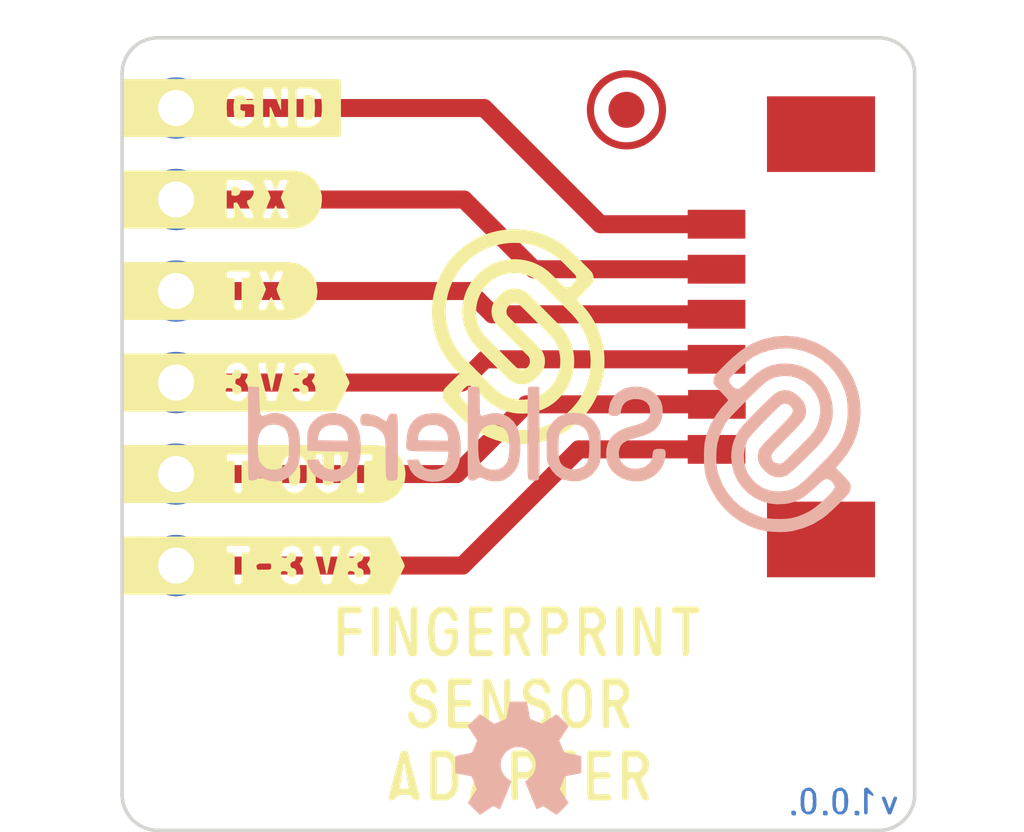
<source format=kicad_pcb>
(kicad_pcb (version 20210623) (generator pcbnew)
  (layers (0 "F.Cu" signal) (31 "B.Cu" signal) (34 "B.Paste" user) (35 "F.Paste" user) (36 "B.SilkS" user "B.Silkscreen") (37 "F.SilkS" user "F.Silkscreen") (38 "B.Mask" user) (39 "F.Mask" user) (44 "Edge.Cuts" user))
  (net 0 "")
  (net 1 "Net-(K1-Pad1)")
  (net 2 "Net-(K1-Pad2)")
  (net 3 "Net-(K1-Pad3)")
  (net 4 "Net-(K1-Pad4)")
  (net 5 "Net-(K1-Pad5)")
  (net 6 "Net-(K1-Pad6)")
  (footprint "buzzardLabel" (layer "F.Cu") (at 111 148.5)
    (fp_text reference "" (at 0 0) (layer "F.SilkS") (effects (font (size 1.27 1.27))))
    (fp_text value "" (at 0 0) (layer "F.SilkS") (effects (font (size 1.27 1.27))))
  )
  (footprint "e-radionica.com footprinti:HEADER_MALE_6X1" (layer "F.Cu") (at 101.5 136.3 -90)
    (fp_text reference "K1")
    (fp_text value "HEADER_MALE_6X1")
    (pad "1" thru_hole circle locked (at -6.35 0 270) (size 1.7 1.7) (drill 1) (layers *.Cu *.Mask) (net 1 "Net-(K1-Pad1)"))
    (pad "2" thru_hole circle locked (at -3.81 0 270) (size 1.7 1.7) (drill 1) (layers *.Cu *.Mask) (net 2 "Net-(K1-Pad2)"))
    (pad "3" thru_hole circle locked (at -1.27 0 270) (size 1.7 1.7) (drill 1) (layers *.Cu *.Mask) (net 3 "Net-(K1-Pad3)"))
    (pad "4" thru_hole circle locked (at 1.27 0 270) (size 1.7 1.7) (drill 1) (layers *.Cu *.Mask) (net 4 "Net-(K1-Pad4)"))
    (pad "5" thru_hole circle locked (at 3.81 0 270) (size 1.7 1.7) (drill 1) (layers *.Cu *.Mask) (net 5 "Net-(K1-Pad5)"))
    (pad "6" thru_hole circle locked (at 6.35 0 270) (size 1.7 1.7) (drill 1) (layers *.Cu *.Mask) (net 6 "Net-(K1-Pad6)"))
  )
  (footprint "buzzardLabel" (layer "F.Cu") (at 99.6 129.95)
    (fp_text reference "" (at 0 0) (layer "F.SilkS") (effects (font (size 1.27 1.27))))
    (fp_text value "" (at 0 0) (layer "F.SilkS") (effects (font (size 1.27 1.27))))
  )
  (footprint "e-radionica.com footprinti:HOLE_3.2mm" (layer "F.Cu") (at 103 147)
    (fp_text reference "H1" hide)
    (fp_text value "HOLE_3.2mm" hide)
    (pad "" np_thru_hole circle locked (at 0 0) (size 3.2 3.2) (drill 3.2) (layers F&B.Cu *.Mask))
  )
  (footprint "buzzardLabel" (layer "F.Cu") (at 99.6 137.57)
    (fp_text reference "" (at 0 0) (layer "F.SilkS") (effects (font (size 1.27 1.27))))
    (fp_text value "" (at 0 0) (layer "F.SilkS") (effects (font (size 1.27 1.27))))
  )
  (footprint "buzzardLabel" (layer "F.Cu") (at 99.6 142.65)
    (fp_text reference "" (at 0 0) (layer "F.SilkS") (effects (font (size 1.27 1.27))))
    (fp_text value "" (at 0 0) (layer "F.SilkS") (effects (font (size 1.27 1.27))))
  )
  (footprint "buzzardLabel" (layer "F.Cu") (at 99.6 140.11)
    (fp_text reference "" (at 0 0) (layer "F.SilkS") (effects (font (size 1.27 1.27))))
    (fp_text value "" (at 0 0) (layer "F.SilkS") (effects (font (size 1.27 1.27))))
  )
  (footprint "Soldered Graphics:Logo-Back-OSH-3.5mm" (layer "F.Cu") (at 111 148)
    (fp_text reference "G***" hide)
    (fp_text value "LOGO" hide)
  )
  (footprint "e-radionica.com footprinti:A1251WR-S-6P" (layer "F.Cu") (at 116.5 136.3 90)
    (fp_text reference "K2")
    (fp_text value "A1251WR-S-6P")
    (pad "" smd rect (at -5.625 2.9 90) (size 2.1 3) (layers "F.Cu" "F.Paste" "F.Mask"))
    (pad "" smd rect (at 5.625 2.9 90) (size 2.1 3) (layers "F.Cu" "F.Paste" "F.Mask"))
    (pad "1" smd rect (at -3.125 0 90) (size 0.8 1.6) (layers "F.Cu" "F.Paste" "F.Mask") (net 6 "Net-(K1-Pad6)"))
    (pad "2" smd rect (at -1.875 0.01 90) (size 0.8 1.6) (layers "F.Cu" "F.Paste" "F.Mask") (net 5 "Net-(K1-Pad5)"))
    (pad "3" smd rect (at -0.625 0 90) (size 0.8 1.6) (layers "F.Cu" "F.Paste" "F.Mask") (net 4 "Net-(K1-Pad4)"))
    (pad "4" smd rect (at 0.625 0 90) (size 0.8 1.6) (layers "F.Cu" "F.Paste" "F.Mask") (net 3 "Net-(K1-Pad3)"))
    (pad "5" smd rect (at 1.875 0 90) (size 0.8 1.6) (layers "F.Cu" "F.Paste" "F.Mask") (net 2 "Net-(K1-Pad2)"))
    (pad "6" smd rect (at 3.125 0 90) (size 0.8 1.6) (layers "F.Cu" "F.Paste" "F.Mask") (net 1 "Net-(K1-Pad1)"))
  )
  (footprint "buzzardLabel" (layer "F.Cu") (at 99.6 132.49)
    (fp_text reference "" (at 0 0) (layer "F.SilkS") (effects (font (size 1.27 1.27))))
    (fp_text value "" (at 0 0) (layer "F.SilkS") (effects (font (size 1.27 1.27))))
  )
  (footprint "Soldered Graphics:Logo-Back-SolderedFULL-17mm" (layer "F.Cu") (at 112 139)
    (fp_text reference "REF**" hide)
    (fp_text value "Logo-Front-SolderedFULL-17mm" hide)
  )
  (footprint "e-radionica.com footprinti:FIDUCIAL_23" (layer "F.Cu") (at 114 130)
    (fp_text reference "FD1")
    (fp_text value "FIDUCIAL")
    (fp_circle (center 0 0) (end 1 0) (layer "F.Cu") (width 0.2) (fill none))
    (pad "1" smd circle (at 0 0) (size 1 1) (layers "F.Cu" "F.Paste" "F.Mask") (clearance 1.1))
  )
  (footprint "buzzardLabel" (layer "F.Cu") (at 99.6 135.03)
    (fp_text reference "" (at 0 0) (layer "F.SilkS") (effects (font (size 1.27 1.27))))
    (fp_text value "" (at 0 0) (layer "F.SilkS") (effects (font (size 1.27 1.27))))
  )
  (footprint "Soldered Graphics:Logo-Front-Soldered-6mm" (layer "F.Cu") (at 111 136.3)
    (fp_text reference "G***" hide)
    (fp_text value "LOGO" hide)
  )
  (footprint "buzzardLabel" (layer "F.Cu") (at 111 146.5)
    (fp_text reference "" (at 0 0) (layer "F.SilkS") (effects (font (size 1.27 1.27))))
    (fp_text value "" (at 0 0) (layer "F.SilkS") (effects (font (size 1.27 1.27))))
  )
  (footprint "buzzardLabel" (layer "F.Cu") (at 111 144.5)
    (fp_text reference "" (at 0 0) (layer "F.SilkS") (effects (font (size 1.27 1.27))))
    (fp_text value "" (at 0 0) (layer "F.SilkS") (effects (font (size 1.27 1.27))))
  )
  (footprint "e-radionica.com footprinti:HOLE_3.2mm" (layer "F.Cu") (at 119 147)
    (fp_text reference "H2" hide)
    (fp_text value "HOLE_3.2mm" hide)
    (pad "" np_thru_hole circle locked (at 0 0) (size 3.2 3.2) (drill 3.2) (layers F&B.Cu *.Mask))
  )
  (footprint "Soldered Graphics:Version1.0.0." (layer "B.Cu") (at 120 149.2 180)
    (fp_text reference "Ref**" hide)
    (fp_text value "Val**" hide)
    (fp_poly (pts (xy -1.33 -0.35) (xy -1.27 -0.35) (xy -1.25 -0.31) (xy -1.09 0.1) (xy -1.11 0.13) (xy -1.16 0.13) (xy -1.19 0.1) (xy -1.28 -0.16) (xy -1.3 -0.21) (xy -1.32 -0.17) (xy -1.41 0.09) (xy -1.44 0.13) (xy -1.49 0.13) (xy -1.51 0.1) (xy -1.36 -0.31) (xy -1.33 -0.35)) (layer "B.Cu") (width 0.01) (fill solid))
    (fp_poly (pts (xy -0.67 -0.35) (xy -0.62 -0.35) (xy -0.6 -0.31) (xy -0.6 0.35) (xy -0.64 0.38) (xy -0.69 0.38) (xy -0.73 0.34) (xy -0.84 0.22) (xy -0.86 0.17) (xy -0.83 0.16) (xy -0.73 0.22) (xy -0.69 0.23) (xy -0.69 -0.31) (xy -0.67 -0.35)) (layer "B.Cu") (width 0.01) (fill solid))
    (fp_poly (pts (xy 0.93 -0.35) (xy 0.99 -0.35) (xy 1.04 -0.33) (xy 1.01 -0.28) (xy 0.91 -0.28) (xy 0.87 -0.25) (xy 0.85 -0.2) (xy 0.83 -0.15) (xy 0.83 -0.11) (xy 0.82 0.01) (xy 0.83 0.13) (xy 0.83 0.17) (xy 0.84 0.22) (xy 0.87 0.27) (xy 0.9 0.3) (xy 1.01 0.3) (xy 1.04 0.26) (xy 1.05 0.21) (xy 1.06 0.15) (xy 1.07 0.05) (xy 1.07 -0.08) (xy 1.06 -0.12) (xy 1.06 -0.17) (xy 1.04 -0.22) (xy 1.02 -0.27) (xy 1.01 -0.28) (xy 1.05 -0.32) (xy 1.09 -0.29) (xy 1.12 -0.26) (xy 1.14 -0.22) (xy 1.15 -0.16) (xy 1.16 -0.11) (xy 1.16 -0.06) (xy 1.16 0.06) (xy 1.16 0.12) (xy 1.15 0.17) (xy 1.14 0.22) (xy 1.13 0.27) (xy 1.1 0.3) (xy 1.06 0.34) (xy 1.01 0.37) (xy 0.95 0.38) (xy 0.9 0.38) (xy 0.84 0.35) (xy 0.8 0.31) (xy 0.78 0.28) (xy 0.75 0.23) (xy 0.74 0.18) (xy 0.74 0.13) (xy 0.73 0.08) (xy 0.73 -0.04) (xy 0.73 -0.1) (xy 0.74 -0.14) (xy 0.75 -0.2) (xy 0.77 -0.25) (xy 0.79 -0.28) (xy 0.83 -0.32) (xy 0.89 -0.35) (xy 0.93 -0.35)) (layer "B.Cu") (width 0.01) (fill solid))
    (fp_poly (pts (xy 0.43 -0.38) (xy 0.48 -0.38) (xy 0.54 -0.37) (xy 0.54 -0.33) (xy 0.54 -0.27) (xy 0.5 -0.26) (xy 0.45 -0.26) (xy 0.42 -0.29) (xy 0.42 -0.34) (xy 0.43 -0.38)) (layer "B.Cu") (width 0.01) (fill solid))
    (fp_poly (pts (xy 0.06 -0.35) (xy 0.11 -0.35) (xy 0.17 -0.33) (xy 0.13 -0.28) (xy 0.03 -0.28) (xy -0.01 -0.25) (xy -0.03 -0.2) (xy -0.05 -0.15) (xy -0.05 -0.11) (xy -0.05 0.01) (xy -0.05 0.13) (xy -0.05 0.17) (xy -0.03 0.22) (xy -0.01 0.27) (xy 0.02 0.3) (xy 0.13 0.3) (xy 0.16 0.26) (xy 0.18 0.21) (xy 0.18 0.15) (xy 0.19 0.05) (xy 0.19 -0.08) (xy 0.19 -0.12) (xy 0.18 -0.17) (xy 0.16 -0.22) (xy 0.14 -0.27) (xy 0.14 -0.28) (xy 0.17 -0.32) (xy 0.21 -0.29) (xy 0.24 -0.26) (xy 0.26 -0.22) (xy 0.27 -0.16) (xy 0.28 -0.11) (xy 0.28 -0.06) (xy 0.28 0.06) (xy 0.28 0.12) (xy 0.27 0.17) (xy 0.26 0.22) (xy 0.25 0.27) (xy 0.22 0.3) (xy 0.19 0.34) (xy 0.13 0.37) (xy 0.08 0.38) (xy 0.02 0.38) (xy -0.03 0.35) (xy -0.08 0.31) (xy -0.1 0.28) (xy -0.12 0.23) (xy -0.14 0.18) (xy -0.14 0.13) (xy -0.15 0.08) (xy -0.15 -0.04) (xy -0.14 -0.1) (xy -0.14 -0.14) (xy -0.13 -0.2) (xy -0.11 -0.25) (xy -0.08 -0.28) (xy -0.05 -0.32) (xy 0.01 -0.35) (xy 0.06 -0.35)) (layer "B.Cu") (width 0.01) (fill solid))
    (fp_poly (pts (xy -0.44 -0.38) (xy -0.39 -0.38) (xy -0.34 -0.37) (xy -0.34 -0.33) (xy -0.34 -0.27) (xy -0.38 -0.26) (xy -0.43 -0.26) (xy -0.46 -0.29) (xy -0.46 -0.34) (xy -0.44 -0.38)) (layer "B.Cu") (width 0.01) (fill solid))
    (fp_poly (pts (xy 1.31 -0.38) (xy 1.36 -0.38) (xy 1.41 -0.37) (xy 1.42 -0.33) (xy 1.42 -0.27) (xy 1.38 -0.26) (xy 1.33 -0.26) (xy 1.3 -0.29) (xy 1.3 -0.34) (xy 1.31 -0.38)) (layer "B.Cu") (width 0.01) (fill solid))
  )
  (gr_line (start 122 129) (end 122 149) (layer "Edge.Cuts") (width 0.1))
  (gr_line (start 101 128) (end 121 128) (layer "Edge.Cuts") (width 0.1))
  (gr_line (start 121 150) (end 101 150) (layer "Edge.Cuts") (width 0.1))
  (gr_line (start 100 149) (end 100 129) (layer "Edge.Cuts") (width 0.1))
  (gr_arc (start 101 129) (end 101 128) (angle -90) (layer "Edge.Cuts") (width 0.1))
  (gr_arc (start 121 129) (end 121 128) (angle 90) (layer "Edge.Cuts") (width 0.1))
  (gr_arc (start 101 149) (end 101 150) (angle 90) (layer "Edge.Cuts") (width 0.1))
  (gr_arc (start 121 149) (end 122 149) (angle 90) (layer "Edge.Cuts") (width 0.1))
  (segment (start 113.275 133.175) (end 110.05 129.95) (width 0.5) (layer "F.Cu") (net 1))
  (segment (start 116.5 133.175) (end 113.275 133.175) (width 0.5) (layer "F.Cu") (net 1))
  (segment (start 110.05 129.95) (end 101.5 129.95) (width 0.5) (layer "F.Cu") (net 1))
  (segment (start 109.49 132.49) (end 101.5 132.49) (width 0.5) (layer "F.Cu") (net 2))
  (segment (start 111.425 134.425) (end 109.49 132.49) (width 0.5) (layer "F.Cu") (net 2))
  (segment (start 116.5 134.425) (end 111.425 134.425) (width 0.5) (layer "F.Cu") (net 2))
  (segment (start 110.275 135.675) (end 109.63 135.03) (width 0.5) (layer "F.Cu") (net 3))
  (segment (start 116.5 135.675) (end 110.275 135.675) (width 0.5) (layer "F.Cu") (net 3))
  (segment (start 109.63 135.03) (end 101.5 135.03) (width 0.5) (layer "F.Cu") (net 3))
  (segment (start 109.43 137.57) (end 101.5 137.57) (width 0.5) (layer "F.Cu") (net 4))
  (segment (start 110.075 136.925) (end 109.43 137.57) (width 0.5) (layer "F.Cu") (net 4))
  (segment (start 116.5 136.925) (end 110.075 136.925) (width 0.5) (layer "F.Cu") (net 4))
  (segment (start 116.51 138.175) (end 111.225 138.175) (width 0.5) (layer "F.Cu") (net 5))
  (segment (start 109.29 140.11) (end 101.5 140.11) (width 0.5) (layer "F.Cu") (net 5))
  (segment (start 111.225 138.175) (end 109.29 140.11) (width 0.5) (layer "F.Cu") (net 5))
  (segment (start 116.5 139.425) (end 112.675 139.425) (width 0.5) (layer "F.Cu") (net 6))
  (segment (start 112.675 139.425) (end 109.45 142.65) (width 0.5) (layer "F.Cu") (net 6))
  (segment (start 109.45 142.65) (end 101.5 142.65) (width 0.5) (layer "F.Cu") (net 6))
)
</source>
